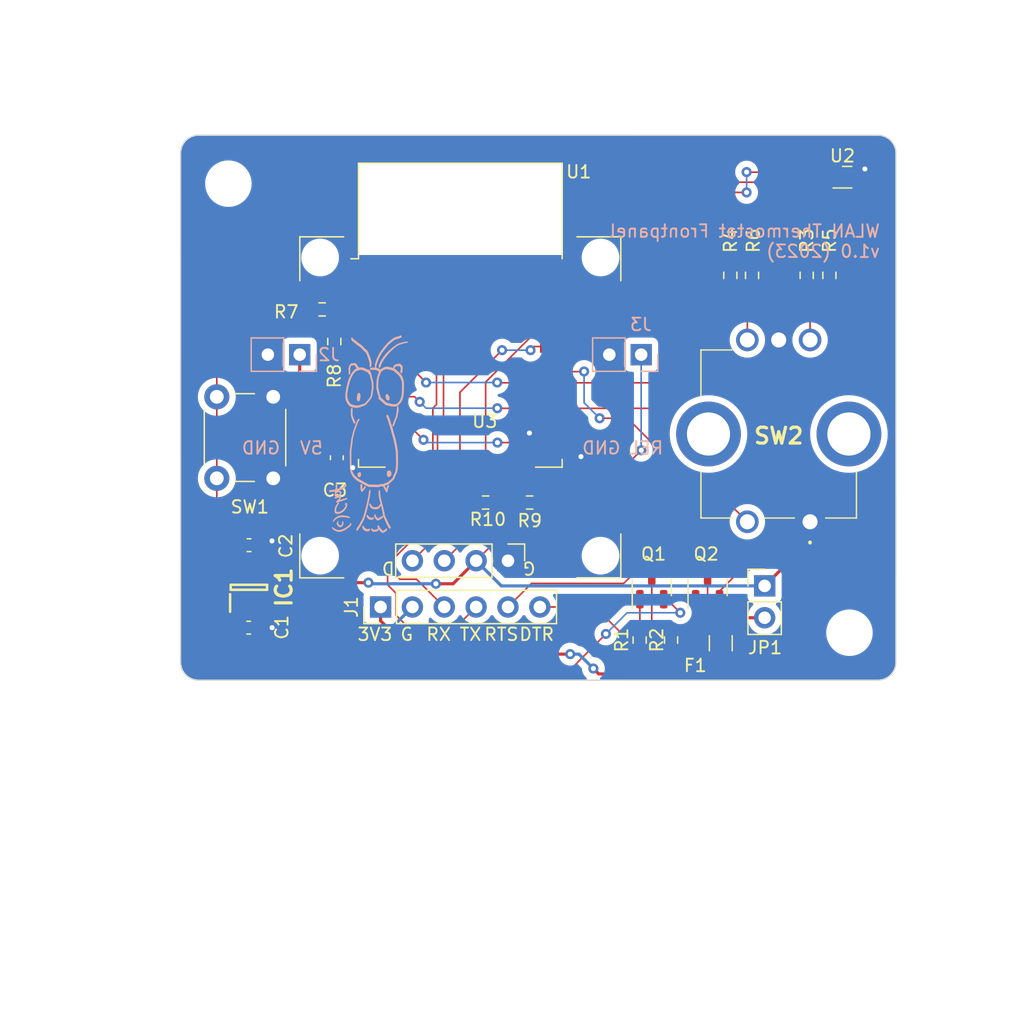
<source format=kicad_pcb>
(kicad_pcb (version 20221018) (generator pcbnew)
  (title_block (company "chof.org"))
  (layers (0 "F.Cu" signal) (31 "B.Cu" signal) (34 "B.Paste" user) (35 "F.Paste" user) (36 "B.SilkS" user "B.Silkscreen") (37 "F.SilkS" user "F.Silkscreen") (38 "B.Mask" user) (39 "F.Mask" user) (44 "Edge.Cuts" user))
  (net 0 "")
  (net 1 "/3v3PROG_SAVE")
  (net 2 "/3v3PROG")
  (net 3 "+5V")
  (net 4 "GND")
  (net 6 "+3V3")
  (net 7 "GPIO3_RX")
  (net 8 "GPIO4_TX")
  (net 9 "RTS")
  (net 10 "DTR")
  (net 11 "GPIO15_RELAY")
  (net 12 "Net-(Q1-B)")
  (net 13 "~{RESET}")
  (net 14 "Net-(Q2-B)")
  (net 15 "~{GPIO0}")
  (net 16 "GPIO14_RENCLK")
  (net 17 "Net-(SW2-CHANNEL_A)")
  (net 18 "Net-(SW2-CHANNEL_B)")
  (net 22 "Net-(U1-EN)")
  (net 31 "GPIO4_SDA")
  (net 32 "GPIO5_SCL")
  (net 33 "GPIO12_RENDAT")
  (net 34 "GPIO13_RENBTN")
  (footprint "RF_Module:ESP-12E" (layer "F.Cu") (at 118.7 50.8)
    (fp_text reference "U1" (at 9.443 -11.43) (layer "F.SilkS"))
    (fp_text value "ESP-12F")
    (pad "1" smd rect locked (at -7.6 -3.5) (size 2.5 1) (layers "F.Cu" "F.Paste" "F.Mask") (net 13 "~{RESET}"))
    (pad "2" smd rect locked (at -7.6 -1.5) (size 2.5 1) (layers "F.Cu" "F.Paste" "F.Mask"))
    (pad "3" smd rect locked (at -7.6 0.5) (size 2.5 1) (layers "F.Cu" "F.Paste" "F.Mask") (net 22 "Net-(U1-EN)"))
    (pad "4" smd rect locked (at -7.6 2.5) (size 2.5 1) (layers "F.Cu" "F.Paste" "F.Mask"))
    (pad "5" smd rect locked (at -7.6 4.5) (size 2.5 1) (layers "F.Cu" "F.Paste" "F.Mask") (net 16 "GPIO14_RENCLK"))
    (pad "6" smd rect locked (at -7.6 6.5) (size 2.5 1) (layers "F.Cu" "F.Paste" "F.Mask") (net 33 "GPIO12_RENDAT"))
    (pad "7" smd rect locked (at -7.6 8.5) (size 2.5 1) (layers "F.Cu" "F.Paste" "F.Mask") (net 34 "GPIO13_RENBTN"))
    (pad "8" smd rect locked (at -7.6 10.5) (size 2.5 1) (layers "F.Cu" "F.Paste" "F.Mask") (net 6 "+3V3"))
    (pad "9" smd rect locked (at -5 12) (size 1 1.8) (layers "F.Cu" "F.Paste" "F.Mask"))
    (pad "10" smd rect locked (at -3 12) (size 1 1.8) (layers "F.Cu" "F.Paste" "F.Mask"))
    (pad "11" smd rect locked (at -1 12) (size 1 1.8) (layers "F.Cu" "F.Paste" "F.Mask"))
    (pad "12" smd rect locked (at 1 12) (size 1 1.8) (layers "F.Cu" "F.Paste" "F.Mask"))
    (pad "13" smd rect locked (at 3 12) (size 1 1.8) (layers "F.Cu" "F.Paste" "F.Mask"))
    (pad "14" smd rect locked (at 5 12) (size 1 1.8) (layers "F.Cu" "F.Paste" "F.Mask"))
    (pad "15" smd rect locked (at 7.6 10.5) (size 2.5 1) (layers "F.Cu" "F.Paste" "F.Mask") (net 4 "GND"))
    (pad "16" smd rect locked (at 7.6 8.5) (size 2.5 1) (layers "F.Cu" "F.Paste" "F.Mask") (net 11 "GPIO15_RELAY"))
    (pad "17" smd rect locked (at 7.6 6.5) (size 2.5 1) (layers "F.Cu" "F.Paste" "F.Mask"))
    (pad "18" smd rect locked (at 7.6 4.5) (size 2.5 1) (layers "F.Cu" "F.Paste" "F.Mask") (net 15 "~{GPIO0}"))
    (pad "19" smd rect locked (at 7.6 2.5) (size 2.5 1) (layers "F.Cu" "F.Paste" "F.Mask") (net 31 "GPIO4_SDA"))
    (pad "20" smd rect locked (at 7.6 0.5) (size 2.5 1) (layers "F.Cu" "F.Paste" "F.Mask") (net 32 "GPIO5_SCL"))
    (pad "21" smd rect locked (at 7.6 -1.5) (size 2.5 1) (layers "F.Cu" "F.Paste" "F.Mask") (net 7 "GPIO3_RX"))
    (pad "22" smd rect locked (at 7.6 -3.5) (size 2.5 1) (layers "F.Cu" "F.Paste" "F.Mask") (net 8 "GPIO4_TX"))
    (zone (net 0) (net_name "") (layers "*.Cu") (connect_pads (clearance 0)) (min_thickness 0.254)
      (keepout (tracks not_allowed) (vias not_allowed) (pads not_allowed) (copperpour not_allowed) (footprints not_allowed))
      (fill (thermal_gap 0.508) (thermal_bridge_width 0.508))
      (polygon (pts (xy 110.58 46) (xy 126.82 46) (xy 126.82 38.68) (xy 110.58 38.68)))
    )
  )
  (footprint "Resistor_SMD:R_0603_1608Metric_Pad0.98x0.95mm_HandSolder" (layer "F.Cu") (at 141.9644 47.6231 90)
    (fp_text reference "R6" (at 2.7667 0.0978 90) (layer "F.SilkS"))
    (fp_text value "22k")
    (pad "1" smd roundrect (at -0.9125 0 90) (size 0.975 0.95) (layers "F.Cu" "F.Paste" "F.Mask") (net 18 "Net-(SW2-CHANNEL_B)"))
    (pad "2" smd roundrect (at 0.9125 0 90) (size 0.975 0.95) (layers "F.Cu" "F.Paste" "F.Mask") (net 6 "+3V3"))
  )
  (footprint "Capacitor_SMD:C_0603_1608Metric_Pad1.08x0.95mm_HandSolder" (layer "F.Cu") (at 101.8248 75.7204)
    (fp_text reference "C1" (at 2.6416 -0.0254 90) (layer "F.SilkS"))
    (fp_text value "1uF")
    (pad "1" smd roundrect (at -0.8625 0) (size 1.075 0.95) (layers "F.Cu" "F.Paste" "F.Mask") (net 3 "+5V"))
    (pad "2" smd roundrect (at 0.8625 0) (size 1.075 0.95) (layers "F.Cu" "F.Paste" "F.Mask") (net 4 "GND"))
  )
  (footprint "Chof747 Footprints:AZ Delivery SS1306 OLED" (layer "F.Cu") (at 118.7 58.95 180)
    (fp_text reference "U3" (at -1.95 -0.32 unlocked) (layer "F.SilkS"))
    (fp_text value "SSD1306")
    (fp_text user "G" (at -6.096 -11.43 180 unlocked) (layer "F.SilkS") (effects (justify left bottom)))
    (fp_text user "D" (at 5.15 -11.43 180 unlocked) (layer "F.SilkS") (effects (justify left bottom)))
    (pad "" np_thru_hole circle locked (at -11.18 -11.03 180) (size 1.524 1.524) (drill 2.5) (layers "F&B.Cu" "*.Mask"))
    (pad "" np_thru_hole circle locked (at -11.18 12.75 180) (size 1.524 1.524) (drill 2.5) (layers "F&B.Cu" "*.Mask"))
    (pad "" np_thru_hole circle locked (at 11.18 -11.03 180) (size 1.524 1.524) (drill 2.5) (layers "F&B.Cu" "*.Mask"))
    (pad "" np_thru_hole circle locked (at 11.18 12.75 180) (size 1.524 1.524) (drill 2.5) (layers "F&B.Cu" "*.Mask"))
    (pad "1" thru_hole rect locked (at -3.8 -11.43 270) (size 1.7 1.7) (drill 1) (layers "*.Cu" "*.Mask") (net 4 "GND"))
    (pad "2" thru_hole oval locked (at -1.26 -11.43 270) (size 1.7 1.7) (drill 1) (layers "*.Cu" "*.Mask") (net 6 "+3V3"))
    (pad "3" thru_hole oval locked (at 1.28 -11.43 270) (size 1.7 1.7) (drill 1) (layers "*.Cu" "*.Mask") (net 32 "GPIO5_SCL"))
    (pad "4" thru_hole oval locked (at 3.82 -11.43 270) (size 1.7 1.7) (drill 1) (layers "*.Cu" "*.Mask") (net 31 "GPIO4_SDA"))
  )
  (footprint "Capacitor_SMD:C_0603_1608Metric_Pad1.08x0.95mm_HandSolder" (layer "F.Cu") (at 101.8502 69.1418)
    (fp_text reference "C2" (at 2.9398 0.0582 90) (layer "F.SilkS"))
    (fp_text value "1uF")
    (pad "1" smd roundrect (at -0.8625 0) (size 1.075 0.95) (layers "F.Cu" "F.Paste" "F.Mask") (net 6 "+3V3"))
    (pad "2" smd roundrect (at 0.8625 0) (size 1.075 0.95) (layers "F.Cu" "F.Paste" "F.Mask") (net 4 "GND"))
  )
  (footprint "Resistor_SMD:R_0603_1608Metric_Pad0.98x0.95mm_HandSolder" (layer "F.Cu") (at 120.72 65.74 180)
    (fp_text reference "R10" (at -0.1759 -1.3462) (layer "F.SilkS"))
    (fp_text value "10k" hide)
    (pad "1" smd roundrect (at -0.9125 0 180) (size 0.975 0.95) (layers "F.Cu" "F.Paste" "F.Mask") (net 6 "+3V3"))
    (pad "2" smd roundrect (at 0.9125 0 180) (size 0.975 0.95) (layers "F.Cu" "F.Paste" "F.Mask") (net 31 "GPIO4_SDA"))
  )
  (footprint "Resistor_SMD:R_0603_1608Metric_Pad0.98x0.95mm_HandSolder" (layer "F.Cu") (at 140.2334 47.6231 -90)
    (fp_text reference "R4" (at -2.7667 -0.0124 90) (layer "F.SilkS"))
    (fp_text value "1k")
    (pad "1" smd roundrect (at -0.9125 0 270) (size 0.975 0.95) (layers "F.Cu" "F.Paste" "F.Mask") (net 33 "GPIO12_RENDAT"))
    (pad "2" smd roundrect (at 0.9125 0 270) (size 0.975 0.95) (layers "F.Cu" "F.Paste" "F.Mask") (net 18 "Net-(SW2-CHANNEL_B)"))
  )
  (footprint "MountingHole:MountingHole_3.2mm_M3" (layer "F.Cu") (at 149.733 76.1238)
    (fp_text reference "H2" hide)
    (fp_text value "MountingHole" hide)
    (pad "" np_thru_hole circle (at 0 0) (size 3.2 3.2) (drill 3.2) (layers "*.Cu" "*.Mask"))
  )
  (footprint "Resistor_SMD:R_0603_1608Metric_Pad0.98x0.95mm_HandSolder" (layer "F.Cu") (at 132.9985 76.708 90)
    (fp_text reference "R1" (at 0 -1.43 90) (layer "F.SilkS"))
    (fp_text value "10k" hide)
    (pad "1" smd roundrect (at -0.9125 0 90) (size 0.975 0.95) (layers "F.Cu" "F.Paste" "F.Mask") (net 10 "DTR"))
    (pad "2" smd roundrect (at 0.9125 0 90) (size 0.975 0.95) (layers "F.Cu" "F.Paste" "F.Mask") (net 12 "Net-(Q1-B)"))
  )
  (footprint "Capacitor_SMD:C_0603_1608Metric_Pad1.08x0.95mm_HandSolder" (layer "F.Cu") (at 108.85 62.1675 -90)
    (fp_text reference "C3" (at 2.5908 0.1524 -180) (layer "F.SilkS"))
    (fp_text value "10uF")
    (pad "1" smd roundrect (at -0.8625 0 270) (size 1.075 0.95) (layers "F.Cu" "F.Paste" "F.Mask") (net 6 "+3V3"))
    (pad "2" smd roundrect (at 0.8625 0 270) (size 1.075 0.95) (layers "F.Cu" "F.Paste" "F.Mask") (net 4 "GND"))
  )
  (footprint "Resistor_SMD:R_0603_1608Metric_Pad0.98x0.95mm_HandSolder" (layer "F.Cu") (at 107.68 50.34)
    (fp_text reference "R7" (at -2.8625 0.2) (layer "F.SilkS"))
    (fp_text value "10k")
    (pad "1" smd roundrect (at -0.9125 0) (size 0.975 0.95) (layers "F.Cu" "F.Paste" "F.Mask") (net 6 "+3V3"))
    (pad "2" smd roundrect (at 0.9125 0) (size 0.975 0.95) (layers "F.Cu" "F.Paste" "F.Mask") (net 13 "~{RESET}"))
  )
  (footprint "Sensor_Humidity:Sensirion_DFN-4_1.5x1.5mm_P0.8mm_SHT4x_NoCentralPad" (layer "F.Cu") (at 149.1714 39.7954)
    (fp_text reference "U2" (at 0 -1.7) (layer "F.SilkS"))
    (fp_text value "SHT4x")
    (pad "1" smd rect (at -0.7 -0.4) (size 0.5 0.3) (layers "F.Cu" "F.Paste" "F.Mask") (net 31 "GPIO4_SDA"))
    (pad "2" smd rect (at -0.7 0.4) (size 0.5 0.3) (layers "F.Cu" "F.Paste" "F.Mask") (net 32 "GPIO5_SCL"))
    (pad "3" smd rect (at 0.7 0.4) (size 0.5 0.3) (layers "F.Cu" "F.Paste" "F.Mask") (net 6 "+3V3"))
    (pad "4" smd rect (at 0.7 -0.4) (size 0.5 0.3) (layers "F.Cu" "F.Paste" "F.Mask") (net 4 "GND"))
    (zone (net 0) (net_name "") (layer "F.Cu") (connect_pads (clearance 0)) (min_thickness 0.254)
      (keepout (tracks not_allowed) (vias not_allowed) (pads allowed) (copperpour not_allowed) (footprints allowed))
      (fill (thermal_gap 0.508) (thermal_bridge_width 0.508))
      (polygon (pts (xy 149.9214 39.2454) (xy 149.6214 39.2454) (xy 149.6214 39.5454) (xy 149.9214 39.5454) (xy 149.9214 40.0454) (xy 149.6214 40.0454) (xy 149.6214 40.3454) (xy 149.9214 40.3454) (xy 149.9214 40.5454) (xy 148.4214 40.5454) (xy 148.4214 40.3454) (xy 148.7214 40.3454) (xy 148.7214 40.0454) (xy 148.4214 40.0454) (xy 148.4214 39.5454) (xy 148.7214 39.5454) (xy 148.7214 39.2454) (xy 148.4214 39.2454) (xy 148.4214 39.0454) (xy 149.9214 39.0454)))
    )
  )
  (footprint "Resistor_SMD:R_0603_1608Metric_Pad0.98x0.95mm_HandSolder" (layer "F.Cu") (at 135.5085 76.708 90)
    (fp_text reference "R2" (at 0 -1.1425 90) (layer "F.SilkS"))
    (fp_text value "10k")
    (pad "1" smd roundrect (at -0.9125 0 90) (size 0.975 0.95) (layers "F.Cu" "F.Paste" "F.Mask") (net 9 "RTS"))
    (pad "2" smd roundrect (at 0.9125 0 90) (size 0.975 0.95) (layers "F.Cu" "F.Paste" "F.Mask") (net 14 "Net-(Q2-B)"))
  )
  (footprint "Resistor_SMD:R_0603_1608Metric_Pad0.98x0.95mm_HandSolder" (layer "F.Cu") (at 108.65 52.9 90)
    (fp_text reference "R8" (at -2.75 0 90) (layer "F.SilkS"))
    (fp_text value "10k" hide)
    (pad "1" smd roundrect (at -0.9125 0 90) (size 0.975 0.95) (layers "F.Cu" "F.Paste" "F.Mask") (net 6 "+3V3"))
    (pad "2" smd roundrect (at 0.9125 0 90) (size 0.975 0.95) (layers "F.Cu" "F.Paste" "F.Mask") (net 22 "Net-(U1-EN)"))
  )
  (footprint "Connector_PinHeader_2.54mm:PinHeader_1x06_P2.54mm_Vertical" (layer "F.Cu") (at 112.34 74.07 90)
    (fp_text reference "J1" (at 0 -2.33 90) (layer "F.SilkS"))
    (fp_text value "PROG_HDR")
    (pad "1" thru_hole rect locked (at 0 0 90) (size 1.7 1.7) (drill 1) (layers "*.Cu" "*.Mask") (net 2 "/3v3PROG"))
    (pad "2" thru_hole oval locked (at 0 2.54 90) (size 1.7 1.7) (drill 1) (layers "*.Cu" "*.Mask") (net 4 "GND"))
    (pad "3" thru_hole oval locked (at 0 5.08 90) (size 1.7 1.7) (drill 1) (layers "*.Cu" "*.Mask") (net 7 "GPIO3_RX"))
    (pad "4" thru_hole oval locked (at 0 7.62 90) (size 1.7 1.7) (drill 1) (layers "*.Cu" "*.Mask") (net 8 "GPIO4_TX"))
    (pad "5" thru_hole oval locked (at 0 10.16 90) (size 1.7 1.7) (drill 1) (layers "*.Cu" "*.Mask") (net 9 "RTS"))
    (pad "6" thru_hole oval locked (at 0 12.7 90) (size 1.7 1.7) (drill 1) (layers "*.Cu" "*.Mask") (net 10 "DTR"))
  )
  (footprint "Connector_PinHeader_2.54mm:PinHeader_1x02_P2.54mm_Vertical" (layer "F.Cu") (at 142.9685 72.39)
    (fp_text reference "JP1" (at 0.0335 4.9276) (layer "F.SilkS"))
    (fp_text value "PWR_PROG" hide)
    (pad "1" thru_hole rect (at 0 0) (size 1.7 1.7) (drill 1) (layers "*.Cu" "*.Mask") (net 6 "+3V3"))
    (pad "2" thru_hole oval (at 0 2.54) (size 1.7 1.7) (drill 1) (layers "*.Cu" "*.Mask") (net 1 "/3v3PROG_SAVE"))
  )
  (footprint "Resistor_SMD:R_0603_1608Metric_Pad0.98x0.95mm_HandSolder" (layer "F.Cu") (at 146.3216 47.6231 -90)
    (fp_text reference "R3" (at -2.7667 -0.0078 90) (layer "F.SilkS"))
    (fp_text value "1k")
    (pad "1" smd roundrect (at -0.9125 0 270) (size 0.975 0.95) (layers "F.Cu" "F.Paste" "F.Mask") (net 16 "GPIO14_RENCLK"))
    (pad "2" smd roundrect (at 0.9125 0 270) (size 0.975 0.95) (layers "F.Cu" "F.Paste" "F.Mask") (net 17 "Net-(SW2-CHANNEL_A)"))
  )
  (footprint "MountingHole:MountingHole_3.2mm_M3" (layer "F.Cu") (at 100.203 40.3098)
    (fp_text reference "H1" hide)
    (fp_text value "MountingHole" hide)
    (pad "" np_thru_hole circle (at 0 0) (size 3.2 3.2) (drill 3.2) (layers "*.Cu" "*.Mask"))
  )
  (footprint "Package_TO_SOT_SMD:SOT-23" (layer "F.Cu") (at 133.9685 72.51 90)
    (fp_text reference "Q1" (at 2.66 0.1435 180) (layer "F.SilkS"))
    (fp_text value "SS8050-G")
    (pad "1" smd roundrect (at -0.9375 -0.95 90) (size 1.475 0.6) (layers "F.Cu" "F.Paste" "F.Mask") (net 12 "Net-(Q1-B)"))
    (pad "2" smd roundrect (at -0.9375 0.95 90) (size 1.475 0.6) (layers "F.Cu" "F.Paste" "F.Mask") (net 13 "~{RESET}"))
    (pad "3" smd roundrect (at 0.9375 0 90) (size 1.475 0.6) (layers "F.Cu" "F.Paste" "F.Mask") (net 9 "RTS"))
  )
  (footprint "Chof747 Footprints:SOT95P270X145-5N" (layer "F.Cu") (at 101.84 72.5 90)
    (fp_text reference "IC1" (at 0 2.794 90) (layer "F.SilkS") (effects (font (size 1.27 1.27) (thickness 0.254))))
    (fp_text value "ME6211C33M5G-N" hide)
    (pad "1" smd rect (at -1.25 -0.95 180) (size 0.6 1.4) (layers "F.Cu" "F.Paste" "F.Mask") (net 3 "+5V"))
    (pad "2" smd rect (at -1.25 0 180) (size 0.6 1.4) (layers "F.Cu" "F.Paste" "F.Mask") (net 4 "GND"))
    (pad "3" smd rect (at -1.25 0.95 180) (size 0.6 1.4) (layers "F.Cu" "F.Paste" "F.Mask") (net 3 "+5V"))
    (pad "4" smd rect (at 1.25 0.95 180) (size 0.6 1.4) (layers "F.Cu" "F.Paste" "F.Mask"))
    (pad "5" smd rect (at 1.25 -0.95 180) (size 0.6 1.4) (layers "F.Cu" "F.Paste" "F.Mask") (net 6 "+3V3"))
  )
  (footprint "Chof747 Footprints:PEC12R3120FS0012" (layer "F.Cu") (at 146.5906 67.2755 180)
    (fp_text reference "SW2" (at 2.5 6.85) (layer "F.SilkS") (effects (font (size 1.27 1.27) (thickness 0.254))))
    (fp_text value "RotaryEncoder_Switch" hide)
    (pad "1" thru_hole circle (at 0 0 180) (size 1.8 1.8) (drill 1.2) (layers "*.Cu" "*.Mask") (net 4 "GND"))
    (pad "2" thru_hole circle (at 5 0 180) (size 1.8 1.8) (drill 1.2) (layers "*.Cu" "*.Mask") (net 34 "GPIO13_RENBTN"))
    (pad "A1" thru_hole circle (at 0 14.5 180) (size 1.8 1.8) (drill 1.2) (layers "*.Cu" "*.Mask") (net 17 "Net-(SW2-CHANNEL_A)"))
    (pad "B1" thru_hole circle (at 5 14.5 180) (size 1.8 1.8) (drill 1.2) (layers "*.Cu" "*.Mask") (net 18 "Net-(SW2-CHANNEL_B)"))
    (pad "C1" thru_hole circle (at 2.5 14.5 180) (size 1.8 1.8) (drill 1.2) (layers "*.Cu" "*.Mask") (net 4 "GND"))
    (pad "MH1" thru_hole circle (at -3.1 7 180) (size 5.161 5.161) (drill 3.44093) (layers "*.Cu" "*.Mask"))
    (pad "MH2" thru_hole circle (at 8.1 7 180) (size 5.161 5.161) (drill 3.44093) (layers "*.Cu" "*.Mask"))
  )
  (footprint "Package_TO_SOT_SMD:SOT-23" (layer "F.Cu") (at 138.4185 72.51 90)
    (fp_text reference "Q2" (at 2.66 -0.1155 180) (layer "F.SilkS"))
    (fp_text value "SS8050-G")
    (pad "1" smd roundrect (at -0.9375 -0.95 90) (size 1.475 0.6) (layers "F.Cu" "F.Paste" "F.Mask") (net 14 "Net-(Q2-B)"))
    (pad "2" smd roundrect (at -0.9375 0.95 90) (size 1.475 0.6) (layers "F.Cu" "F.Paste" "F.Mask") (net 15 "~{GPIO0}"))
    (pad "3" smd roundrect (at 0.9375 0 90) (size 1.475 0.6) (layers "F.Cu" "F.Paste" "F.Mask") (net 10 "DTR"))
  )
  (footprint "Fuse:Fuse_1206_3216Metric_Pad1.42x1.75mm_HandSolder" (layer "F.Cu") (at 139.47 76.96 -90)
    (fp_text reference "F1" (at 1.778 2.032) (layer "F.SilkS"))
    (fp_text value "Fuse")
    (pad "1" smd roundrect (at -1.4875 0 270) (size 1.425 1.75) (layers "F.Cu" "F.Paste" "F.Mask") (roundrect_rratio 0.1754392982) (net 1 "/3v3PROG_SAVE"))
    (pad "2" smd roundrect (at 1.4875 0 270) (size 1.425 1.75) (layers "F.Cu" "F.Paste" "F.Mask") (roundrect_rratio 0.1754392982) (net 2 "/3v3PROG"))
  )
  (footprint "Resistor_SMD:R_0603_1608Metric_Pad0.98x0.95mm_HandSolder" (layer "F.Cu") (at 148.1328 47.6231 90)
    (fp_text reference "R5" (at 2.7667 0.017 90) (layer "F.SilkS"))
    (fp_text value "22k")
    (pad "1" smd roundrect (at -0.9125 0 90) (size 0.975 0.95) (layers "F.Cu" "F.Paste" "F.Mask") (net 17 "Net-(SW2-CHANNEL_A)"))
    (pad "2" smd roundrect (at 0.9125 0 90) (size 0.975 0.95) (layers "F.Cu" "F.Paste" "F.Mask") (net 6 "+3V3"))
  )
  (footprint "Button_Switch_THT:SW_PUSH_6mm" (layer "F.Cu") (at 99.28 63.81 90)
    (fp_text reference "SW1" (at -2.286 2.631) (layer "F.SilkS"))
    (fp_text value "SW_Push")
    (pad "1" thru_hole circle (at 0 0 180) (size 2 2) (drill 1.1) (layers "*.Cu" "*.Mask") (net 13 "~{RESET}"))
    (pad "1" thru_hole circle (at 6.5 0 180) (size 2 2) (drill 1.1) (layers "*.Cu" "*.Mask") (net 13 "~{RESET}"))
    (pad "2" thru_hole circle (at 0 4.5 180) (size 2 2) (drill 1.1) (layers "*.Cu" "*.Mask") (net 4 "GND"))
    (pad "2" thru_hole circle (at 6.5 4.5 180) (size 2 2) (drill 1.1) (layers "*.Cu" "*.Mask") (net 4 "GND"))
  )
  (footprint "Resistor_SMD:R_0603_1608Metric_Pad0.98x0.95mm_HandSolder" (layer "F.Cu") (at 124.23 65.74 180)
    (fp_text reference "R9" (at -0.01 -1.45) (layer "F.SilkS"))
    (fp_text value "10k")
    (pad "1" smd roundrect (at -0.9125 0 180) (size 0.975 0.95) (layers "F.Cu" "F.Paste" "F.Mask") (net 6 "+3V3"))
    (pad "2" smd roundrect (at 0.9125 0 180) (size 0.975 0.95) (layers "F.Cu" "F.Paste" "F.Mask") (net 32 "GPIO5_SCL"))
  )
  (footprint "Connector_PinHeader_2.54mm:PinHeader_1x02_P2.54mm_Vertical" (layer "B.Cu") (at 105.8926 53.9465 90)
    (fp_text reference "J2" (at 0 2.33 180) (layer "B.SilkS") (effects (justify mirror)))
    (fp_text value "Conn_01x02")
    (pad "1" thru_hole rect locked (at 0 0 90) (size 1.7 1.7) (drill 1) (layers "*.Cu" "*.Mask") (net 3 "+5V"))
    (pad "2" thru_hole oval locked (at 0 -2.54 90) (size 1.7 1.7) (drill 1) (layers "*.Cu" "*.Mask") (net 4 "GND"))
  )
  (footprint "Connector_PinHeader_2.54mm:PinHeader_1x02_P2.54mm_Vertical" (layer "B.Cu") (at 133.1214 53.9465 90)
    (fp_text reference "J3" (at 2.4035 -0.0254 180) (layer "B.SilkS") (effects (justify mirror)))
    (fp_text value "Conn_01x02")
    (pad "1" thru_hole rect (at 0 0 90) (size 1.7 1.7) (drill 1) (layers "*.Cu" "*.Mask") (net 11 "GPIO15_RELAY"))
    (pad "2" thru_hole oval (at 0 -2.54 90) (size 1.7 1.7) (drill 1) (layers "*.Cu" "*.Mask") (net 4 "GND"))
  )
  (footprint "Chof747 Logos:LOGO large" (layer "B.Cu") (at 111.633 60.706 180)
    (fp_text reference "G***" hide)
    (fp_text value "LOGO" hide)
  )
  (gr_line locked (start 153.441506 37.8968) (end 153.440615 78.409016) (stroke (width 0.1)) (layer "Edge.Cuts"))
  (gr_arc locked (start 151.942016 36.449001) (mid 152.999074 36.854616) (end 153.441506 37.8968) (stroke (width 0.1)) (layer "Edge.Cuts"))
  (gr_arc locked (start 97.891599 79.907615) (mid 96.834536 79.502001) (end 96.392109 78.459816) (stroke (width 0.1)) (layer "Edge.Cuts"))
  (gr_line (start 151.992816 79.908506) (end 97.891599 79.907615) (stroke (width 0.1)) (layer "Edge.Cuts"))
  (gr_line (start 97.840799 36.44811) (end 151.942016 36.449001) (stroke (width 0.1)) (layer "Edge.Cuts"))
  (gr_line locked (start 96.393 37.9476) (end 96.392109 78.4606) (stroke (width 0.1)) (layer "Edge.Cuts"))
  (gr_arc locked (start 96.393 37.9476) (mid 96.798615 36.890542) (end 97.840799 36.44811) (stroke (width 0.1)) (layer "Edge.Cuts"))
  (gr_arc locked (start 153.440615 78.409016) (mid 153.034994 79.466063) (end 151.992816 79.908506) (stroke (width 0.1)) (layer "Edge.Cuts"))
  (gr_text "REL" (at 134.969143 61.976) (layer "B.SilkS") (effects (font (size 1 1)) (justify left bottom mirror)))
  (gr_text "WLAN Thermostat Frontpanel\nv1.0 (2023)" (at 152.25 46.29) (layer "B.SilkS") (effects (font (size 1 1)) (justify left bottom mirror)))
  (gr_text "GND" (at 104.425857 61.976) (layer "B.SilkS") (effects (font (size 1 1)) (justify left bottom mirror)))
  (gr_text "5V" (at 107.823 61.976) (layer "B.SilkS") (effects (font (size 1 1)) (justify left bottom mirror)))
  (gr_text "GND" (at 131.572 61.976) (layer "B.SilkS") (effects (font (size 1 1)) (justify left bottom mirror)))
  (gr_text "TX" (at 118.555357 76.84) (layer "F.SilkS") (effects (font (size 1 1)) (justify left bottom)))
  (gr_text "RTS" (at 120.516 76.84) (layer "F.SilkS") (effects (font (size 1 1)) (justify left bottom)))
  (gr_text "DTR" (at 123.31 76.84) (layer "F.SilkS") (effects (font (size 1 1)) (justify left bottom)))
  (gr_text "G" (at 113.8325 76.84) (layer "F.SilkS") (effects (font (size 1 1)) (justify left bottom)))
  (gr_text "3V3" (at 110.411548 76.84) (layer "F.SilkS") (effects (font (size 1 1)) (justify left bottom)))
  (gr_text "RX" (at 115.89631 76.84) (layer "F.SilkS") (effects (font (size 1 1)) (justify left bottom)))
  (segment (start 140.4985 74.93) (end 142.9685 74.93) (width 0.25) (layer "F.Cu") (net 1))
  (segment (start 139.827 75.6015) (end 140.4985 74.93) (width 0.25) (layer "F.Cu") (net 1))
  (segment (start 129.74 79.41) (end 138.5075 79.41) (width 0.25) (layer "F.Cu") (net 2))
  (segment (start 138.5075 79.41) (end 139.47 78.4475) (width 0.25) (layer "F.Cu") (net 2))
  (segment (start 115 77.83) (end 127.46 77.83) (width 0.25) (layer "F.Cu") (net 2))
  (segment (start 112.34 75.17) (end 115 77.83) (width 0.25) (layer "F.Cu") (net 2))
  (segment (start 129.31 78.98) (end 129.74 79.41) (width 0.25) (layer "F.Cu") (net 2))
  (segment (start 112.34 74.07) (end 112.34 75.17) (width 0.25) (layer "F.Cu") (net 2))
  (via (at 129.31 78.98) (size 0.8) (drill 0.4) (layers "F.Cu" "B.Cu") (net 2))
  (via (at 127.46 77.83) (size 0.8) (drill 0.4) (layers "F.Cu" "B.Cu") (net 2))
  (segment (start 128.16 77.83) (end 129.31 78.98) (width 0.25) (layer "B.Cu") (net 2))
  (segment (start 127.46 77.83) (end 128.16 77.83) (width 0.25) (layer "B.Cu") (net 2))
  (segment (start 99.84 65.69) (end 99.84 72.31) (width 0.25) (layer "F.Cu") (net 3))
  (segment (start 105.8926 53.9465) (end 105.8926 59.6374) (width 0.25) (layer "F.Cu") (net 3))
  (segment (start 100.9623 73.8223) (end 100.89 73.75) (width 0.25) (layer "F.Cu") (net 3))
  (segment (start 100.02 72.49) (end 102.36 72.49) (width 0.13) (layer "F.Cu") (net 3))
  (segment (start 105.8926 59.6374) (end 99.84 65.69) (width 0.25) (layer "F.Cu") (net 3))
  (segment (start 102.79 72.92) (end 102.79 73.75) (width 0.13) (layer "F.Cu") (net 3))
  (segment (start 99.84 74.5981) (end 100.9623 75.7204) (width 0.25) (layer "F.Cu") (net 3))
  (segment (start 102.36 72.49) (end 102.79 72.92) (width 0.13) (layer "F.Cu") (net 3))
  (segment (start 100.9623 75.7204) (end 100.9623 73.8223) (width 0.25) (layer "F.Cu") (net 3))
  (segment (start 99.84 72.31) (end 99.84 74.5981) (width 0.25) (layer "F.Cu") (net 3))
  (segment (start 99.84 72.31) (end 100.02 72.49) (width 0.13) (layer "F.Cu") (net 3))
  (segment (start 101.84 74.8731) (end 101.84 73.75) (width 0.25) (layer "F.Cu") (net 4))
  (segment (start 149.8714 39.3954) (end 150.7046 39.3954) (width 0.25) (layer "F.Cu") (net 4))
  (segment (start 150.7046 39.3954) (end 150.96 39.14) (width 0.25) (layer "F.Cu") (net 4))
  (segment (start 102.6873 75.7204) (end 101.84 74.8731) (width 0.25) (layer "F.Cu") (net 4))
  (segment (start 103.68 68.8) (end 103.0545 68.8) (width 0.25) (layer "F.Cu") (net 4))
  (segment (start 108.92 62.96) (end 108.85 63.03) (width 0.25) (layer "F.Cu") (net 4))
  (segment (start 103.0545 68.8) (end 102.7127 69.1418) (width 0.25) (layer "F.Cu") (net 4))
  (segment (start 110.12 62.96) (end 108.92 62.96) (width 0.25) (layer "F.Cu") (net 4))
  (segment (start 125.31 61.3) (end 124.21 60.2) (width 0.25) (layer "F.Cu") (net 4))
  (segment (start 126.3 61.3) (end 127.54 61.3) (width 0.25) (layer "F.Cu") (net 4))
  (segment (start 103.69 75.7204) (end 102.6873 75.7204) (width 0.25) (layer "F.Cu") (net 4))
  (segment (start 127.54 61.3) (end 128.32 62.08) (width 0.25) (layer "F.Cu") (net 4))
  (segment (start 126.3 61.3) (end 125.31 61.3) (width 0.25) (layer "F.Cu") (net 4))
  (via (at 103.69 75.7204) (size 0.8) (drill 0.4) (layers "F.Cu" "B.Cu") (net 4))
  (via (at 128.32 62.08) (size 0.8) (drill 0.4) (layers "F.Cu" "B.Cu") (net 4))
  (via (at 150.96 39.14) (size 0.8) (drill 0.4) (layers "F.Cu" "B.Cu") (net 4))
  (via (at 124.21 60.2) (size 0.8) (drill 0.4) (layers "F.Cu" "B.Cu") (net 4))
  (via (at 103.68 68.8) (size 0.8) (drill 0.4) (layers "F.Cu" "B.Cu") (net 4))
  (via (at 110.12 62.96) (size 0.8) (drill 0.4) (layers "F.Cu" "B.Cu") (net 4))
  (segment (start 103.69 75.7204) (end 103.7004 75.71) (width 0.25) (layer "B.Cu") (net 4))
  (segment (start 103.7004 75.71) (end 113.24 75.71) (width 0.25) (layer "B.Cu") (net 4))
  (segment (start 113.24 75.71) (end 114.88 74.07) (width 0.25) (layer "B.Cu") (net 4))
  (segment (start 147.2 47.64) (end 142.8938 47.64) (width 0.13) (layer "F.Cu") (net 6))
  (segment (start 150.04 48.6178) (end 148.1328 46.7106) (width 0.25) (layer "F.Cu") (net 6))
  (segment (start 124.29 66.91) (end 125.1425 66.0575) (width 0.13) (layer "F.Cu") (net 6))
  (segment (start 108.85 61.305) (end 107.225 61.305) (width 0.25) (layer "F.Cu") (net 6))
  (segment (start 144.89 70.4685) (end 144.89 60.25) (width 0.25) (layer "F.Cu") (net 6))
  (segment (start 125.1425 66.0575) (end 125.1425 65.74) (width 0.13) (layer "F.Cu") (net 6))
  (segment (start 105.11 67.32) (end 105.11 71.36) (width 0.25) (layer "F.Cu") (net 6))
  (segment (start 111.1 61.3) (end 108.855 61.3) (width 0.25) (layer "F.Cu") (net 6))
  (segment (start 150.04 55.1) (end 150.04 48.6178) (width 0.25) (layer "F.Cu") (net 6))
  (segment (start 121.6325 64.9575) (end 121.6325 65.74) (width 0.13) (layer "F.Cu") (net 6))
  (segment (start 108.65 53.8125) (end 108.65 61.0485) (width 0.25) (layer "F.Cu") (net 6))
  (segment (start 108.855 61.3) (end 108.85 61.305) (width 0.25) (layer "F.Cu") (net 6))
  (segment (start 105.88 72.13) (end 105.11 71.36) (width 0.25) (layer "F.Cu") (net 6))
  (segment (start 125.1425 64.9425) (end 124.86 64.66) (width 0.13) (layer "F.Cu") (net 6))
  (segment (start 124.86 64.66) (end 121.93 64.66) (width 0.13) (layer "F.Cu") (net 6))
  (segment (start 121.93 64.66) (end 121.6325 64.9575) (width 0.13) (layer "F.Cu") (net 6))
  (segment (start 144.89 60.25) (end 150.04 55.1) (width 0.25) (layer "F.Cu") (net 6))
  (segment (start 102.56925 67.12925) (end 104.91925 67.12925) (width 0.25) (layer "F.Cu") (net 6))
  (segment (start 150.3714 40.5954) (end 149.9714 40.1954) (width 0.25) (layer "F.Cu") (net 6))
  (segment (start 106.7675 50.34) (end 106.7675 51.93) (width 0.25) (layer "F.Cu") (net 6))
  (segment (start 118.12 72.22) (end 116.75 72.22) (width 0.25) (layer "F.Cu") (net 6))
  (segment (start 104.91925 67.12925) (end 105.11 67.32) (width 0.25) (layer "F.Cu") (net 6))
  (segment (start 142.8938 47.64) (end 141.9644 46.7106) (width 0.13) (layer "F.Cu") (net 6))
  (segment (start 142.9685 72.39) (end 144.89 70.4685) (width 0.25) (layer "F.Cu") (net 6))
  (segment (start 111.37 72.13) (end 105.88 72.13) (width 0.25) (layer "F.Cu") (net 6))
  (segment (start 106.7675 51.93) (end 108.65 53.8125) (width 0.25) (layer "F.Cu") (net 6))
  (segment (start 123.43 66.91) (end 124.29 66.91) (width 0.13) (layer "F.Cu") (net 6))
  (segment (start 100.9877 68.7108) (end 102.56925 67.12925) (width 0.25) (layer "F.Cu") (net 6))
  (segment (start 148.1328 46.7106) (end 148.1294 46.7106) (width 0.25) (layer "F.Cu") (net 6))
  (segment (start 150.04 48.6178) (end 150.3714 48.2864) (width 0.25) (layer "F.Cu") (net 6))
  (segment (start 100.9877 69.1418) (end 100.9877 68.7108) (width 0.25) (layer "F.Cu") (net 6))
  (segment (start 106.04 66.39) (end 105.11 67.32) (width 0.25) (layer "F.Cu") (net 6))
  (segment (start 100.89 69.2395) (end 100.9877 69.1418) (width 0.25) (layer "F.Cu") (net 6))
  (segment (start 119.96 70.38) (end 118.12 72.22) (width 0.25) (layer "F.Cu") (net 6))
  (segment (start 119.96 70.38) (end 123.43 66.91) (width 0.13) (layer "F.Cu") (net 6))
  (segment (start 125.1425 65.74) (end 125.1425 64.9425) (width 0.13) (layer "F.Cu") (net 6))
  (segment (start 148.1294 46.7106) (end 147.2 47.64) (width 0.13) (layer "F.Cu") (net 6))
  (segment (start 106.04 62.49) (end 106.04 66.39) (width 0.25) (layer "F.Cu") (net 6))
  (segment (start 150.3714 48.2864) (end 150.3714 40.5954) (width 0.25) (layer "F.Cu") (net 6))
  (segment (start 149.9714 40.1954) (end 149.8714 40.1954) (width 0.25) (layer "F.Cu") (net 6))
  (segment (start 107.225 61.305) (end 106.04 62.49) (width 0.25) (layer "F.Cu") (net 6))
  (via (at 111.37 72.13) (size 0.8) (drill 0.4) (layers "F.Cu" "B.Cu") (net 6))
  (via (at 116.75 72.22) (size 0.8) (drill 0.4) (layers "F.Cu" "B.Cu") (net 6))
  (segment (start 116.75 72.22) (end 111.46 72.22) (width 0.25) (layer "B.Cu") (net 6))
  (segment (start 111.46 72.22) (end 111.37 72.13) (width 0.25) (layer "B.Cu") (net 6))
  (segment (start 121.97 72.39) (end 119.96 70.38) (width 0.25) (layer "B.Cu") (net 6))
  (segment (start 142.9685 72.39) (end 121.97 72.39) (width 0.25) (layer "B.Cu") (net 6))
  (segment (start 115.21 71.86) (end 117.42 74.07) (width 0.13) (layer "F.Cu") (net 7))
  (segment (start 116.85 67.18) (end 116.41 67.18) (width 0.13) (layer "F.Cu") (net 7))
  (segment (start 117.36 59.23) (end 116.88 59.71) (width 0.13) (layer "F.Cu") (net 7))
  (segment (start 120.8 49.3) (end 117.36 52.74) (width 0.13) (layer "F.Cu") (net 7))
  (segment (start 116.41 67.18) (end 113.45 70.14) (width 0.13) (layer "F.Cu") (net 7))
  (segment (start 117.36 52.74) (end 117.36 59.23) (width 0.13) (layer "F.Cu") (net 7))
  (segment (start 126.3 49.3) (end 120.8 49.3) (width 0.13) (layer "F.Cu") (net 7))
  (segment (start 117.08 66.95) (end 116.85 67.18) (width 0.13) (layer "F.Cu") (net 7))
  (segment (start 117.08 64.98) (end 117.08 66.95) (width 0.13) (layer "F.Cu") (net 7))
  (segment (start 116.88 59.71) (end 116.88 64.78) (width 0.13) (layer "F.Cu") (net 7))
  (segment (start 113.89 71.86) (end 115.21 71.86) (width 0.13) (layer "F.Cu") (net 7))
  (segment (start 113.45 71.42) (end 113.89 71.86) (width 0.13) (layer "F.Cu") (net 7))
  (segment (start 113.45 70.14) (end 113.45 71.42) (width 0.13) (layer "F.Cu") (net 7))
  (segment (start 116.88 64.78) (end 117.08 64.98) (width 0.13) (layer "F.Cu") (net 7))
  (segment (start 116.8 49.75) (end 116.8 57.92) (width 0.13) (layer "F.Cu") (net 8))
  (segment (start 116.51 66.47) (end 112.9 70.08) (width 0.13) (layer "F.Cu") (net 8))
  (segment (start 112.9 72.3) (end 113.57 72.97) (width 0.13) (layer "F.Cu") (net 8))
  (segment (start 118.32 75.71) (end 119.96 74.07) (width 0.13) (layer "F.Cu") (net 8))
  (segment (start 112.9 70.08) (end 112.9 72.3) (width 0.13) (layer "F.Cu") (net 8))
  (segment (start 116.8 49.75) (end 119.25 47.3) (width 0.13) (layer "F.Cu") (net 8))
  (segment (start 119.25 47.3) (end 126.3 47.3) (width 0.13) (layer "F.Cu") (net 8))
  (segment (start 113.57 72.97) (end 113.57 74.72) (width 0.13) (layer "F.Cu") (net 8))
  (segment (start 113.57 74.72) (end 114.56 75.71) (width 0.13) (layer "F.Cu") (net 8))
  (segment (start 114.56 75.71) (end 118.32 75.71) (width 0.13) (layer "F.Cu") (net 8))
  (segment (start 116.51 58.21) (end 116.51 66.47) (width 0.13) (layer "F.Cu") (net 8))
  (segment (start 116.8 57.92) (end 116.51 58.21) (width 0.13) (layer "F.Cu") (net 8))
  (segment (start 131.73 72.19) (end 132.61 71.31) (width 0.13) (layer "F.Cu") (net 9))
  (segment (start 124.38 72.19) (end 131.73 72.19) (width 0.13) (layer "F.Cu") (net 9))
  (segment (start 133.706 71.31) (end 133.9685 71.5725) (width 0.13) (layer "F.Cu") (net 9))
  (segment (start 133.9685 76.0805) (end 135.5085 77.6205) (width 0.13) (layer "F.Cu") (net 9))
  (segment (start 122.5 74.07) (end 124.38 72.19) (width 0.13) (layer "F.Cu") (net 9))
  (segment (start 132.61 71.31) (end 133.706 71.31) (width 0.13) (layer "F.Cu") (net 9))
  (segment (start 133.9685 71.5725) (end 133.9685 76.0805) (width 0.13) (layer "F.Cu") (net 9))
  (segment (start 138.4185 71.5725) (end 138.4185 73.751188) (width 0.13) (layer "F.Cu") (net 10))
  (segment (start 137.45 78.84) (end 134.218 78.84) (width 0.13) (layer "F.Cu") (net 10))
  (segment (start 125.04 74.07) (end 129.448 74.07) (width 0.13) (layer "F.Cu") (net 10))
  (segment (start 129.448 74.07) (end 132.9985 77.6205) (width 0.13) (layer "F.Cu") (net 10))
  (segment (start 134.218 78.84) (end 132.9985 77.6205) (width 0.13) (layer "F.Cu") (net 10))
  (segment (start 138.12 74.049688) (end 138.12 78.17) (width 0.13) (layer "F.Cu") (net 10))
  (segment (start 138.12 78.17) (end 137.45 78.84) (width 0.13) (layer "F.Cu") (net 10))
  (segment (start 138.4185 73.751188) (end 138.12 74.049688) (width 0.13) (layer "F.Cu") (net 10))
  (segment (start 130.45 62.45) (end 132.25 62.45) (width 0.13) (layer "F.Cu") (net 11))
  (segment (start 132.25 62.45) (end 133.13 61.57) (width 0.13) (layer "F.Cu") (net 11))
  (segment (start 127.3 59.3) (end 130.45 62.45) (width 0.13) (layer "F.Cu") (net 11))
  (segment (start 126.3 59.3) (end 127.3 59.3) (width 0.13) (layer "F.Cu") (net 11))
  (via (at 133.13 61.57) (size 0.8) (drill 0.4) (layers "F.Cu" "B.Cu") (net 11))
  (segment (start 133.1214 61.5614) (end 133.1214 53.9465) (width 0.13) (layer "B.Cu") (net 11))
  (segment (start 133.13 61.57) (end 133.1214 61.5614) (width 0.13) (layer "B.Cu") (net 11))
  (segment (start 133.0185 73.4475) (end 133.0185 75.7755) (width 0.13) (layer "F.Cu") (net 12))
  (segment (start 133.0185 75.7755) (end 132.9985 75.7955) (width 0.13) (layer "F.Cu") (net 12))
  (segment (start 109.209 49.011) (end 100.053 49.011) (width 0.13) (layer "F.Cu") (net 13))
  (segment (start 135.1575 73.4475) (end 134.9185 73.4475) (width 0.13) (layer "F.Cu") (net 13))
  (segment (start 108.5925 50.34) (end 108.5925 49.6275) (width 0.13) (layer "F.Cu") (net 13))
  (segment (start 127.46 79.08) (end 100.65 79.08) (width 0.13) (layer "F.Cu") (net 13))
  (segment (start 99.28 57.31) (end 99.28 49.784) (width 0.13) (layer "F.Cu") (net 13))
  (segment (start 110.92 47.3) (end 111.1 47.3) (width 0.13) (layer "F.Cu") (net 13))
  (segment (start 136.24 74.53) (end 135.1575 73.4475) (width 0.13) (layer "F.Cu") (net 13))
  (segment (start 128.23 78.31) (end 127.46 79.08) (width 0.13) (layer "F.Cu") (net 13))
  (segment (start 128.23 78.3) (end 128.23 78.31) (width 0.13) (layer "F.Cu") (net 13))
  (segment (start 100.65 79.08) (end 99.28 77.71) (width 0.13) (layer "F.Cu") (net 13))
  (segment (start 99.28 77.71) (end 99.28 63.81) (width 0.13) (layer "F.Cu") (net 13))
  (segment (start 100.053 49.011) (end 99.28 49.784) (width 0.13) (layer "F.Cu") (net 13))
  (segment (start 99.28 57.31) (end 99.28 63.81) (width 0.13) (layer "F.Cu") (net 13))
  (segment (start 109.209 49.011) (end 110.92 47.3) (width 0.13) (layer "F.Cu") (net 13))
  (segment (start 108.5925 49.6275) (end 109.209 49.011) (width 0.13) (layer "F.Cu") (net 13))
  (segment (start 130.31 76.22) (end 128.23 78.3) (width 0.13) (layer "F.Cu") (net 13))
  (via (at 136.24 74.53) (size 0.8) (drill 0.4) (layers "F.Cu" "B.Cu") (net 13))
  (via (at 130.31 76.22) (size 0.8) (drill 0.4) (layers "F.Cu" "B.Cu") (net 13))
  (segment (start 130.31 76.22) (end 132 74.53) (width 0.13) (layer "B.Cu") (net 13))
  (segment (start 132 74.53) (end 136.24 74.53) (width 0.13) (layer "B.Cu") (net 13))
  (segment (start 135.5085 75.7955) (end 136.9845 75.7955) (width 0.13) (layer "F.Cu") (net 14))
  (segment (start 136.9845 75.7955) (end 137.4685 75.3115) (width 0.13) (layer "F.Cu") (net 14))
  (segment (start 137.4685 75.3115) (end 137.4685 73.4475) (width 0.13) (layer "F.Cu") (net 14))
  (segment (start 142.95 63.52) (end 143.91 64.48) (width 0.13) (layer "F.Cu") (net 15))
  (segment (start 139.3685 72.8115) (end 139.3685 73.4475) (width 0.13) (layer "F.Cu") (net 15))
  (segment (start 128.56 55.3) (end 128.57 55.29) (width 0.13) (layer "F.Cu") (net 15))
  (segment (start 126.3 55.3) (end 128.56 55.3) (width 0.13) (layer "F.Cu") (net 15))
  (segment (start 143.91 68.27) (end 139.3685 72.8115) (width 0.13) (layer "F.Cu") (net 15))
  (segment (start 129.81 59.02) (end 132.03 59.02) (width 0.13) (layer "F.Cu") (net 15))
  (segment (start 132.03 59.02) (end 136.53 63.52) (width 0.13) (layer "F.Cu") (net 15))
  (segment (start 143.91 64.48) (end 143.91 68.27) (width 0.13) (layer "F.Cu") (net 15))
  (segment (start 136.53 63.52) (end 142.95 63.52) (width 0.13) (layer "F.Cu") (net 15))
  (via (at 129.81 59.02) (size 0.8) (drill 0.4) (layers "F.Cu" "B.Cu") (net 15))
  (via (at 128.57 55.29) (size 0.8) (drill 0.4) (layers "F.Cu" "B.Cu") (net 15))
  (segment (start 128.57 57.78) (end 129.81 59.02) (width 0.13) (layer "B.Cu") (net 15))
  (segment (start 128.57 55.29) (end 128.57 57.78) (width 0.13) (layer "B.Cu") (net 15))
  (segment (start 115.1 55.3) (end 111.1 55.3) (width 0.13) (layer "F.Cu") (net 16))
  (segment (start 115.97 56.17) (end 115.1 55.3) (width 0.13) (layer "F.Cu") (net 16))
  (segment (start 121.66 56.19) (end 121.64 56.17) (width 0.13) (layer "F.Cu") (net 16))
  (segment (start 134.97 48.49) (end 134.97 48.98) (width 0.13) (layer "F.Cu") (net 16))
  (segment (start 138.31 45.15) (end 134.97 48.49) (width 0.13) (layer "F.Cu") (net 16))
  (segment (start 134.97 48.98) (end 134.97 55.16) (width 0.13) (layer "F.Cu") (net 16))
  (segment (start 146.3216 46.7106) (end 144.761 45.15) (width 0.13) (layer "F.Cu") (net 16))
  (segment (start 133.94 56.19) (end 121.66 56.19) (width 0.13) (layer "F.Cu") (net 16))
  (segment (start 144.761 45.15) (end 138.31 45.15) (width 0.13) (layer "F.Cu") (net 16))
  (segment (start 134.97 55.16) (end 133.94 56.19) (width 0.13) (layer "F.Cu") (net 16))
  (via (at 115.97 56.17) (size 0.8) (drill 0.4) (layers "F.Cu" "B.Cu") (net 16))
  (via (at 121.64 56.17) (size 0.8) (drill 0.4) (layers "F.Cu" "B.Cu") (net 16))
  (segment (start 121.64 56.17) (end 115.97 56.17) (width 0.13) (layer "B.Cu") (net 16))
  (segment (start 146.5906 48.8046) (end 146.5906 52.7755) (width 0.13) (layer "F.Cu") (net 17))
  (segment (start 146.3216 48.5356) (end 146.5906 48.8046) (width 0.13) (layer "F.Cu") (net 17))
  (segment (start 148.1328 48.5356) (end 146.3216 48.5356) (width 0.13) (layer "F.Cu") (net 17))
  (segment (start 141.9644 48.5356) (end 141.5906 48.9094) (width 0.13) (layer "F.Cu") (net 18))
  (segment (start 140.2334 48.5356) (end 141.9644 48.5356) (width 0.13) (layer "F.Cu") (net 18))
  (segment (start 141.5906 48.9094) (end 141.5906 52.7755) (width 0.13) (layer "F.Cu") (net 18))
  (segment (start 108.8025 52.14) (end 108.65 51.9875) (width 0.13) (layer "F.Cu") (net 22))
  (segment (start 110.26 52.14) (end 108.8025 52.14) (width 0.13) (layer "F.Cu") (net 22))
  (segment (start 111.1 51.3) (end 110.26 52.14) (width 0.13) (layer "F.Cu") (net 22))
  (segment (start 119.8075 65.74) (end 119.52 65.74) (width 0.13) (layer "F.Cu") (net 31))
  (segment (start 148.4714 39.3954) (end 141.5354 39.3954) (width 0.13) (layer "F.Cu") (net 31))
  (segment (start 127.81 53.3) (end 126.3 53.3) (width 0.13) (layer "F.Cu") (net 31))
  (segment (start 118.67 56.95) (end 118.67 66.59) (width 0.13) (layer "F.Cu") (net 31))
  (segment (start 124.59 53.3) (end 124.3 53.59) (width 0.13) (layer "F.Cu") (net 31))
  (segment (start 119.52 65.74) (end 118.67 66.59) (width 0.13) (layer "F.Cu") (net 31))
  (segment (start 141.5354 39.3954) (end 141.53 39.39) (width 0.13) (layer "F.Cu") (net 31))
  (segment (start 140.1 41.01) (end 127.81 53.3) (width 0.13) (layer "F.Cu") (net 31))
  (segment (start 122.03 53.59) (end 118.67 56.95) (width 0.13) (layer "F.Cu") (net 31))
  (segment (start 118.67 66.59) (end 114.88 70.38) (width 0.13) (layer "F.Cu") (net 31))
  (segment (start 126.3 53.3) (end 124.59 53.3) (width 0.13) (layer "F.Cu") (net 31))
  (segment (start 141.53 41.01) (end 140.1 41.01) (width 0.13) (layer "F.Cu") (net 31))
  (via (at 124.3 53.59) (size 0.8) (drill 0.4) (layers "F.Cu" "B.Cu") (net 31))
  (via (at 141.53 41.01) (size 0.8) (drill 0.4) (layers "F.Cu" "B.Cu") (net 31))
  (via (at 141.53 39.39) (size 0.8) (drill 0.4) (layers "F.Cu" "B.Cu") (net 31))
  (via (at 122.03 53.59) (size 0.8) (drill 0.4) (layers "F.Cu" "B.Cu") (net 31))
  (segment (start 122.03 53.59) (end 124.3 53.59) (width 0.13) (layer "B.Cu") (net 31))
  (segment (start 141.53 41.01) (end 141.53 39.39) (width 0.13) (layer "B.Cu") (net 31))
  (segment (start 120.95 66.85) (end 120.72 67.08) (width 0.13) (layer "F.Cu") (net 32))
  (segment (start 120.72 56.13) (end 120.72 67.08) (width 0.13) (layer "F.Cu") (net 32))
  (segment (start 120.72 67.08) (end 117.42 70.38) (width 0.13) (layer "F.Cu") (net 32))
  (segment (start 128.2 42.85) (end 130.8546 40.1954) (width 0.13) (layer "F.Cu") (net 32))
  (segment (start 130.8546 40.1954) (end 148.4714 40.1954) (width 0.13) (layer "F.Cu") (net 32))
  (segment (start 125.55 51.3) (end 120.72 56.13) (width 0.13) (layer "F.Cu") (net 32))
  (segment (start 126.3 51.3) (end 126.86 51.3) (width 0.13) (layer "F.Cu") (net 32))
  (segment (start 126.86 51.3) (end 128.2 49.96) (width 0.13) (layer "F.Cu") (net 32))
  (segment (start 126.3 51.3) (end 125.55 51.3) (width 0.13) (layer "F.Cu") (net 32))
  (segment (start 128.2 49.96) (end 128.2 42.85) (width 0.13) (layer "F.Cu") (net 32))
  (segment (start 123.3175 65.74) (end 123.3175 66.3425) (width 0.13) (layer "F.Cu") (net 32))
  (segment (start 123.3175 66.3425) (end 122.81 66.85) (width 0.13) (layer "F.Cu") (net 32))
  (segment (start 122.81 66.85) (end 120.95 66.85) (width 0.13) (layer "F.Cu") (net 32))
  (segment (start 138.1494 46.7106) (end 140.2334 46.7106) (width 0.13) (layer "F.Cu") (net 33))
  (segment (start 115.05 57.3) (end 111.1 57.3) (width 0.13) (layer "F.Cu") (net 33))
  (segment (start 135.86 56.3) (end 135.86 49) (width 0.13) (layer "F.Cu") (net 33))
  (segment (start 121.66 58.23) (end 133.93 58.23) (width 0.13) (layer "F.Cu") (net 33))
  (segment (start 121.65 58.22) (end 121.66 58.23) (width 0.13) (layer "F.Cu") (net 33))
  (segment (start 133.93 58.23) (end 135.86 56.3) (width 0.13) (layer "F.Cu") (net 33))
  (segment (start 135.86 49) (end 138.1494 46.7106) (width 0.13) (layer "F.Cu") (net 33))
  (segment (start 115.46 57.71) (end 115.05 57.3) (width 0.13) (layer "F.Cu") (net 33))
  (via (at 115.46 57.71) (size 0.8) (drill 0.4) (layers "F.Cu" "B.Cu") (net 33))
  (via (at 121.65 58.22) (size 0.8) (drill 0.4) (layers "F.Cu" "B.Cu") (net 33))
  (segment (start 115.97 58.22) (end 115.46 57.71) (width 0.13) (layer "B.Cu") (net 33))
  (segment (start 121.65 58.22) (end 115.97 58.22) (width 0.13) (layer "B.Cu") (net 33))
  (segment (start 126.53 62.79) (end 125.22 62.79) (width 0.13) (layer "F.Cu") (net 34))
  (segment (start 139.1251 64.81) (end 128.55 64.81) (width 0.13) (layer "F.Cu") (net 34))
  (segment (start 125.04 62.79) (end 124.67 62.42) (width 0.13) (layer "F.Cu") (net 34))
  (segment (start 124.67 62.42) (end 124.56 62.31) (width 0.13) (layer "F.Cu") (net 34))
  (segment (start 115.76 60.74) (end 114.32 59.3) (width 0.13) (layer "F.Cu") (net 34))
  (segment (start 114.32 59.3) (end 111.1 59.3) (width 0.13) (layer "F.Cu") (net 34))
  (segment (start 141.5906 67.2755) (end 139.1251 64.81) (width 0.13) (layer "F.Cu") (net 34))
  (segment (start 124.56 62.31) (end 124.56 61.74) (width 0.13) (layer "F.Cu") (net 34))
  (segment (start 128.55 64.81) (end 126.53 62.79) (width 0.13) (layer "F.Cu") (net 34))
  (segment (start 124.56 61.74) (end 123.78 60.96) (width 0.13) (layer "F.Cu") (net 34))
  (segment (start 123.78 60.96) (end 121.66 60.96) (width 0.13) (layer "F.Cu") (net 34))
  (segment (start 125.22 62.79) (end 125.04 62.79) (width 0.13) (layer "F.Cu") (net 34))
  (via (at 115.76 60.74) (size 0.8) (drill 0.4) (layers "F.Cu" "B.Cu") (net 34))
  (via (at 121.66 60.96) (size 0.8) (drill 0.4) (layers "F.Cu" "B.Cu") (net 34))
  (segment (start 115.98 60.96) (end 115.76 60.74) (width 0.13) (layer "B.Cu") (net 34))
  (segment (start 121.66 60.96) (end 115.98 60.96) (width 0.13) (layer "B.Cu") (net 34))
  (zone (net 6) (net_name "+3V3") (layer "F.Cu") (priority 1) (connect_pads yes (clearance 0.508)) (min_thickness 0.25) (fill yes (thermal_gap 0) (thermal_bridge_width 0.5))
    (polygon (pts (xy 100.41 67.05) (xy 101.99 67.03) (xy 101.95 72.01) (xy 100.36 72.02)))
  )
  (zone (net 0) (net_name "") (layer "B.Cu") (connect_pads yes (clearance 0)) (min_thickness 0.25)
    (keepout (tracks allowed) (vias allowed) (pads allowed) (copperpour not_allowed) (footprints allowed))
    (fill (thermal_gap 0.5) (thermal_bridge_width 0.5))
    (polygon (pts (xy 113.63 72.75) (xy 113.63 75.4) (xy 116.18 75.4) (xy 116.18 72.77)))
  )
  (zone (net 4) (net_name "GND") (layer "B.Cu") (connect_pads yes (clearance 0.508)) (min_thickness 0.25) (fill yes (thermal_gap 0.5) (thermal_bridge_width 0.5))
    (polygon (pts (xy 92.71 35.56) (xy 154.178 35.56) (xy 154.178 81.28) (xy 92.71 81.28)))
  )
)
</source>
